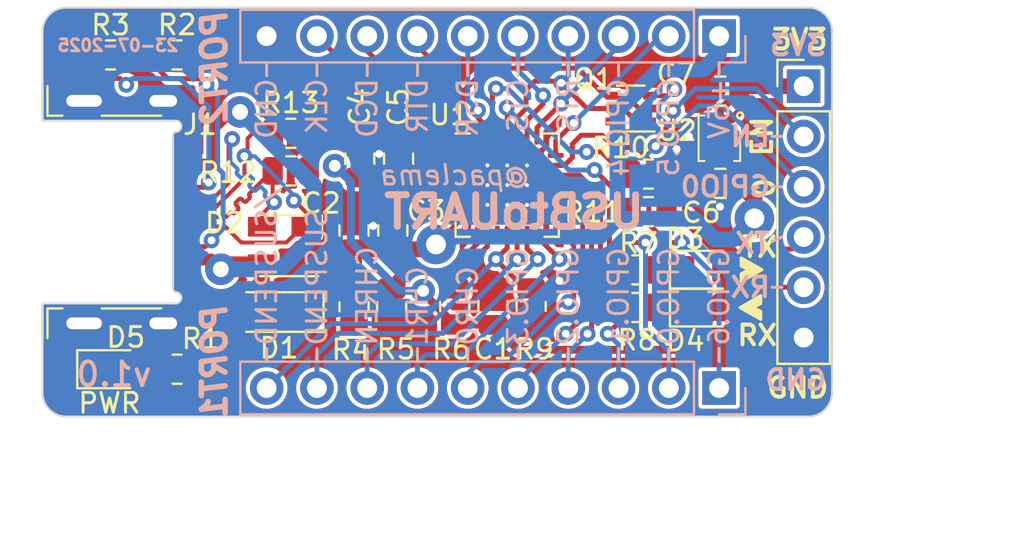
<source format=kicad_pcb>
(kicad_pcb (version 20241229) (generator "pcbnew") (generator_version "9.0")
  (title_block (title "USBtoUART") (date "23-07-2025") (rev "v1.0") (company "@paclema") (comment 1 "Pablo Clemente Maseda") (comment 2 "github.com/paclema/USBtoUART"))
  (layers (0 "F.Cu" signal) (2 "B.Cu" signal) (13 "F.Paste" user) (15 "B.Paste" user) (5 "F.SilkS" user "F.Silkscreen") (7 "B.SilkS" user "B.Silkscreen") (1 "F.Mask" user) (3 "B.Mask" user) (25 "Edge.Cuts" user))
  (net 0 "")
  (net 1 "+3V3")
  (net 2 "GND")
  (net 3 "+5V")
  (net 4 "VBUS")
  (net 5 "/D+")
  (net 6 "/D-")
  (net 7 "/GPIO.0")
  (net 8 "/GPIO.1")
  (net 9 "Net-(D3-K)")
  (net 10 "Net-(D4-K)")
  (net 11 "Net-(D5-A)")
  (net 13 "/GPIO.2")
  (net 14 "/GPIO.3")
  (net 15 "/GPIO.4")
  (net 16 "/GPIO.5")
  (net 17 "/GPIO.6")
  (net 18 "/CHREN")
  (net 19 "/CHR0")
  (net 20 "/CHR1")
  (net 21 "/EN")
  (net 22 "/GPIO0")
  (net 23 "/RXD")
  (net 24 "/TXD")
  (net 25 "/RTS")
  (net 26 "/CTS")
  (net 27 "/DSR")
  (net 28 "/DTR")
  (net 29 "/DCD")
  (net 30 "/CLK")
  (net 31 "/SUSPEND")
  (net 32 "/{slash}SUSPEND")
  (net 33 "Net-(J1-CC1)")
  (net 34 "Net-(J1-CC2)")
  (net 36 "Net-(J3-Pin_4)")
  (net 37 "/D_IN-")
  (net 38 "/3V3_OUT")
  (net 39 "/D_IN+")
  (net 40 "/VBUS_IN")
  (net 41 "Net-(J3-Pin_5)")
  (net 42 "Net-(U1-~{RST})")
  (footprint "Resistor_SMD:R_0805_2012Metric" (layer "F.Cu") (at 137.26 107.3)
    (property "Reference" "R10")
    (property "Value" "470R")
  )
  (footprint "USBtoUART:USP-6C" (layer "F.Cu") (at 140.84 105.49 -90)
    (property "Reference" "U2")
    (property "Value" "XC6220B331ER")
  )
  (footprint "USBtoUART:SOD-123EP" (layer "F.Cu") (at 118.59 114.27 180)
    (property "Reference" "D1")
    (property "Value" "SS14/1N5819/S4/BAT760-7")
  )
  (footprint "Resistor_SMD:R_0805_2012Metric" (layer "F.Cu") (at 119.19 105.24)
    (property "Reference" "R13")
    (property "Value" "22R")
  )
  (footprint "USBtoUART:USB_C_Receptacle_Molex_216990-001" (layer "F.Cu") (at 106.64 109.22 -90)
    (property "Reference" "J1")
    (property "Value" "USB_C_Receptacle_USB2.0")
    (fp_line (start -4.62 0) (end -6.4 0) (stroke (width 0.12)) (layer "Edge.Cuts"))
    (fp_line (start 6.4 0) (end 4.62 0) (stroke (width 0.12)) (layer "Edge.Cuts"))
    (fp_line (start -3.9 -6.6) (end 3.9 -6.6) (stroke (width 0.1)) (layer "Edge.Cuts"))
    (fp_line (start -4.62 -6.7) (end -4.62 0) (stroke (width 0.1)) (layer "Edge.Cuts"))
    (fp_line (start 4.62 -6.7) (end 4.62 0) (stroke (width 0.1)) (layer "Edge.Cuts"))
    (fp_arc (start -3.9 -6.6) (mid -4.006834 -6.660214) (end -4.05 -6.775) (stroke (width 0.1)) (layer "Edge.Cuts"))
    (fp_arc (start -4.62 -6.7) (mid -4.371918 -7.018073) (end -4.05 -6.775) (stroke (width 0.1)) (layer "Edge.Cuts"))
    (fp_arc (start 4.05 -6.775) (mid 4.006834 -6.660213) (end 3.9 -6.6) (stroke (width 0.1)) (layer "Edge.Cuts"))
    (fp_arc (start 4.05 -6.775) (mid 4.371918 -7.018073) (end 4.62 -6.7) (stroke (width 0.1)) (layer "Edge.Cuts"))
  )
  (footprint "Resistor_SMD:R_0805_2012Metric" (layer "F.Cu") (at 127.47 113.99 90)
    (property "Reference" "R6")
    (property "Value" "4.7K")
  )
  (footprint "Capacitor_SMD:C_0805_2012Metric" (layer "F.Cu") (at 140.89 103.11 180)
    (property "Reference" "C7")
    (property "Value" "4.7uF")
  )
  (footprint "Capacitor_SMD:C_0805_2012Metric" (layer "F.Cu") (at 129.4 113.97 90)
    (property "Reference" "C1")
    (property "Value" "0.1uF")
  )
  (footprint "Package_TO_SOT_SMD:SOT-143" (layer "F.Cu") (at 118.82 110.91 180)
    (property "Reference" "D2")
    (property "Value" "SP0503BAHT")
  )
  (footprint "Resistor_SMD:R_0805_2012Metric" (layer "F.Cu") (at 110.08 101.28)
    (property "Reference" "R3")
    (property "Value" "5.1K")
  )
  (footprint "Capacitor_SMD:C_0805_2012Metric" (layer "F.Cu") (at 122.67 106.52 90)
    (property "Reference" "C4")
    (property "Value" "0.1uF")
  )
  (footprint "LED_SMD:LED_0805_2012Metric" (layer "F.Cu") (at 110.08 117.16)
    (property "Reference" "D5")
    (property "Value" "PWR")
  )
  (footprint "Capacitor_SMD:C_0805_2012Metric" (layer "F.Cu") (at 124.34 110.15 90)
    (property "Reference" "C3")
    (property "Value" "0.1uF")
  )
  (footprint "Resistor_SMD:R_0805_2012Metric" (layer "F.Cu") (at 119.18 107.14)
    (property "Reference" "R12")
    (property "Value" "22R")
  )
  (footprint "Resistor_SMD:R_0805_2012Metric" (layer "F.Cu") (at 131.33 113.99 -90)
    (property "Reference" "R9")
    (property "Value" "10K")
  )
  (footprint "Capacitor_SMD:C_0805_2012Metric" (layer "F.Cu") (at 122.38 110.15 90)
    (property "Reference" "C2")
    (property "Value" "4.7uF")
  )
  (footprint "LED_SMD:LED_0805_2012Metric" (layer "F.Cu") (at 140.0275 114.04)
    (property "Reference" "D4")
    (property "Value" "RX")
  )
  (footprint "Resistor_SMD:R_0805_2012Metric" (layer "F.Cu") (at 113.44 117.16 180)
    (property "Reference" "R1")
    (property "Value" "2.2K")
  )
  (footprint "LED_SMD:LED_0805_2012Metric" (layer "F.Cu") (at 140.0275 112.14)
    (property "Reference" "D3")
    (property "Value" "TX")
  )
  (footprint "Resistor_SMD:R_0805_2012Metric" (layer "F.Cu") (at 122.38 114.0025 -90)
    (property "Reference" "R4")
    (property "Value" "22.1K")
  )
  (footprint "Package_DFN_QFN:QFN-28-1EP_5x5mm_P0.5mm_EP3.35x3.35mm_ThermalVias" (layer "F.Cu") (at 130.12 107.86)
    (property "Reference" "U1")
    (property "Value" "CP2102N-Axx-xQFN28")
  )
  (footprint "Connector_PinHeader_2.54mm:PinHeader_1x06_P2.54mm_Vertical" (layer "F.Cu") (at 145.1 102.86)
    (property "Reference" "J3" (hide yes))
    (property "Value" "UART0")
  )
  (footprint "Resistor_SMD:R_0805_2012Metric" (layer "F.Cu") (at 137.26 109.2)
    (property "Reference" "R11")
    (property "Value" "470R")
  )
  (footprint "Resistor_SMD:R_0805_2012Metric" (layer "F.Cu") (at 113.44 101.28)
    (property "Reference" "R2")
    (property "Value" "5.1K")
  )
  (footprint "Resistor_SMD:R_0805_2012Metric" (layer "F.Cu") (at 136.6675 112.14)
    (property "Reference" "R7")
    (property "Value" "1K")
  )
  (footprint "Resistor_SMD:R_0805_2012Metric" (layer "F.Cu") (at 136.6675 114.04 180)
    (property "Reference" "R8")
    (property "Value" "1K")
  )
  (footprint "Package_TO_SOT_SMD:SOT-363_SC-70-6" (layer "F.Cu") (at 136.36 103.99 180)
    (property "Reference" "Q1")
    (property "Value" "MUN5211DW1")
  )
  (footprint "Capacitor_SMD:C_0805_2012Metric" (layer "F.Cu") (at 140.89 107.77 180)
    (property "Reference" "C6")
    (property "Value" "22uF")
  )
  (footprint "Resistor_SMD:R_0805_2012Metric" (layer "F.Cu") (at 124.28 114.0025 -90)
    (property "Reference" "R5")
    (property "Value" "47.5K")
  )
  (footprint "Capacitor_SMD:C_0805_2012Metric" (layer "F.Cu") (at 124.63 106.52 90)
    (property "Reference" "C5")
    (property "Value" "4.7uF")
  )
  (footprint "Connector_PinHeader_2.54mm:PinHeader_1x10_P2.54mm_Vertical" (layer "B.Cu") (at 140.825 100.33 90)
    (property "Reference" "J4" (hide yes))
    (property "Value" "PORT2")
  )
  (footprint "Connector_PinHeader_2.54mm:PinHeader_1x10_P2.54mm_Vertical" (layer "B.Cu") (at 140.825 118.11 90)
    (property "Reference" "J2" (hide yes))
    (property "Value" "PORT1")
  )
  (gr_poly (pts (xy 142.99 112.13) (xy 141.94 112.74) (xy 141.94 112.338488) (xy 142.32 112.131512) (xy 141.94 111.941512) (xy 141.94 111.54)) (stroke (width 0.15)) (fill yes) (layer "F.SilkS"))
  (gr_poly (pts (xy 141.88 114.05) (xy 142.93 113.44) (xy 142.93 113.841512) (xy 142.55 114.048488) (xy 142.93 114.238488) (xy 142.93 114.64)) (stroke (width 0.15)) (fill yes) (layer "F.SilkS"))
  (gr_line (start 117.965 116.765) (end 117.965 116.115) (stroke (width 0.15)) (layer "B.SilkS"))
  (gr_line (start 120.505 116.765) (end 120.505 116.115) (stroke (width 0.15)) (layer "B.SilkS"))
  (gr_line (start 144 105.4) (end 143.5 105.4) (stroke (width 0.15)) (layer "B.SilkS"))
  (gr_line (start 123.045 102.325) (end 123.045 101.675) (stroke (width 0.15)) (layer "B.SilkS"))
  (gr_line (start 140.825 116.765) (end 140.825 116.115) (stroke (width 0.15)) (layer "B.SilkS"))
  (gr_line (start 138.285 102.325) (end 138.285 101.675) (stroke (width 0.15)) (layer "B.SilkS"))
  (gr_line (start 133.205 102.325) (end 133.205 101.675) (stroke (width 0.15)) (layer "B.SilkS"))
  (gr_line (start 135.745 116.765) (end 135.745 116.115) (stroke (width 0.15)) (layer "B.SilkS"))
  (gr_line (start 133.205 116.765) (end 133.205 116.115) (stroke (width 0.15)) (layer "B.SilkS"))
  (gr_line (start 138.285 116.765) (end 138.285 116.115) (stroke (width 0.15)) (layer "B.SilkS"))
  (gr_line (start 135.745 102.325) (end 135.745 101.675) (stroke (width 0.15)) (layer "B.SilkS"))
  (gr_line (start 123.045 116.765) (end 123.045 116.115) (stroke (width 0.15)) (layer "B.SilkS"))
  (gr_line (start 144 110.48) (end 143.5 110.7) (stroke (width 0.15)) (layer "B.SilkS"))
  (gr_line (start 125.585 116.765) (end 125.585 116.115) (stroke (width 0.15)) (layer "B.SilkS"))
  (gr_line (start 130.665 116.765) (end 130.665 116.115) (stroke (width 0.15)) (layer "B.SilkS"))
  (gr_line (start 128.125 102.325) (end 128.125 101.675) (stroke (width 0.15)) (layer "B.SilkS"))
  (gr_line (start 143.5 113.02) (end 144 113.02) (stroke (width 0.15)) (layer "B.SilkS"))
  (gr_line (start 128.125 116.765) (end 128.125 116.115) (stroke (width 0.15)) (layer "B.SilkS"))
  (gr_line (start 144 107.94) (end 143.5 107.94) (stroke (width 0.15)) (layer "B.SilkS"))
  (gr_line (start 120.505 102.325) (end 120.505 101.675) (stroke (width 0.15)) (layer "B.SilkS"))
  (gr_line (start 130.665 102.325) (end 130.665 101.675) (stroke (width 0.15)) (layer "B.SilkS"))
  (gr_line (start 117.965 102.325) (end 117.965 101.675) (stroke (width 0.15)) (layer "B.SilkS"))
  (gr_line (start 140.825 102.325) (end 140.825 101.675) (stroke (width 0.15)) (layer "B.SilkS"))
  (gr_line (start 125.585 102.325) (end 125.585 101.675) (stroke (width 0.15)) (layer "B.SilkS"))
  (gr_arc (start 106.64 100.1) (mid 106.994401 99.244401) (end 107.85 98.89) (stroke (width 0.1)) (layer "Edge.Cuts"))
  (gr_line (start 106.64 100.1) (end 106.64 102.82) (stroke (width 0.1)) (layer "Edge.Cuts"))
  (gr_line (start 145.32 119.55) (end 116.18 119.55) (stroke (width 0.1)) (layer "Edge.Cuts"))
  (gr_line (start 116.18 119.55) (end 107.85 119.55) (stroke (width 0.1)) (layer "Edge.Cuts"))
  (gr_line (start 106.64 115.62) (end 106.64 118.34) (stroke (width 0.1)) (layer "Edge.Cuts"))
  (gr_arc (start 145.32 98.89) (mid 146.175599 99.244401) (end 146.53 100.1) (stroke (width 0.1)) (layer "Edge.Cuts"))
  (gr_arc (start 107.85 119.55) (mid 106.994401 119.195599) (end 106.64 118.34) (stroke (width 0.1)) (layer "Edge.Cuts"))
  (gr_line (start 146.53 118.34) (end 146.53 109.22) (stroke (width 0.1)) (layer "Edge.Cuts"))
  (gr_line (start 146.53 109.22) (end 146.53 100.1) (stroke (width 0.1)) (layer "Edge.Cuts"))
  (gr_line (start 116.18 98.89) (end 145.32 98.89) (stroke (width 0.1)) (layer "Edge.Cuts"))
  (gr_arc (start 146.53 118.34) (mid 146.175599 119.195599) (end 145.32 119.55) (stroke (width 0.1)) (layer "Edge.Cuts"))
  (gr_line (start 107.85 98.89) (end 116.18 98.89) (stroke (width 0.1)) (layer "Edge.Cuts"))
  (gr_text "EN" (at 143 105.4 90) (layer "F.SilkS") (effects (font (size 1 1) (thickness 0.2) (bold yes))))
  (gr_text "RX" (at 142.75 115.45 0) (layer "F.SilkS") (effects (font (size 1 1) (thickness 0.2) (bold yes))))
  (gr_text "GND" (at 144.8 118.1 0) (layer "F.SilkS") (effects (font (size 1 1) (thickness 0.2) (bold yes))))
  (gr_text "TX" (at 142.86 110.99 0) (layer "F.SilkS") (effects (font (size 1 1) (thickness 0.2) (bold yes))))
  (gr_text "0" (at 143.1 108 90) (layer "F.SilkS") (effects (font (size 1 1) (thickness 0.2) (bold yes))))
  (gr_text "3V3" (at 144.9 100.5 0) (layer "F.SilkS") (effects (font (size 1 1) (thickness 0.2) (bold yes))))
  (gr_text "RTS" (at 133.205 102.375 90) (layer "B.SilkS") (effects (font (size 1 1)) (justify left mirror)))
  (gr_text "DSR" (at 128.125 102.375 90) (layer "B.SilkS") (effects (font (size 1 1)) (justify left mirror)))
  (gr_text "TX" (at 142.519048 110.8 0) (layer "B.SilkS") (effects (font (size 1 1) (thickness 0.2) (bold yes)) (justify mirror)))
  (gr_text "3V3" (at 144.8 100.8 0) (layer "B.SilkS") (effects (font (size 1 1) (thickness 0.2) (bold yes)) (justify mirror)))
  (gr_text "CLK" (at 120.505 102.375 90) (layer "B.SilkS") (effects (font (size 1 1)) (justify left mirror)))
  (gr_text "GPIO.3" (at 130.665 116.06 90) (layer "B.SilkS") (effects (font (size 1 1)) (justify right mirror)))
  (gr_text "GND" (at 144.7 117.7 0) (layer "B.SilkS") (effects (font (size 1 1) (thickness 0.2) (bold yes)) (justify mirror)))
  (gr_text "CHREN" (at 123.045 116.06 90) (layer "B.SilkS") (effects (font (size 1 1)) (justify right mirror)))
  (gr_text "GPIO.0" (at 138.285 116.06 90) (layer "B.SilkS") (effects (font (size 1 1)) (justify right mirror)))
  (gr_text "SUSPEND" (at 120.505 116.06 90) (layer "B.SilkS") (effects (font (size 1 1)) (justify right mirror)))
  (gr_text "GND" (at 117.965 102.375 90) (layer "B.SilkS") (effects (font (size 1 1)) (justify left mirror)))
  (gr_text "DCD" (at 123.045 102.375 90) (layer "B.SilkS") (effects (font (size 1 1)) (justify left mirror)))
  (gr_text "GPIO.2" (at 133.205 116.06 90) (layer "B.SilkS") (effects (font (size 1 1)) (justify right mirror)))
  (gr_text "GPIO.1" (at 135.745 116.06 90) (layer "B.SilkS") (effects (font (size 1 1)) (justify right mirror)))
  (gr_text "${ISSUE_DATE}" (at 107.32 100.8 0) (layer "B.SilkS") (effects (font (size 0.6 0.6)) (justify right mirror)))
  (gr_text "+5V" (at 140.825 102.375 90) (layer "B.SilkS") (effects (font (size 1 1)) (justify left mirror)))
  (gr_text "CTS" (at 130.665 102.375 90) (layer "B.SilkS") (effects (font (size 1 1)) (justify left mirror)))
  (gr_text "GPIO.4" (at 135.745 102.375 90) (layer "B.SilkS") (effects (font (size 1 1)) (justify left mirror)))
  (gr_text "@paclema" (at 127.5 107.35 0) (layer "B.SilkS") (effects (font (size 1 1) (thickness 0.15) (italic yes)) (justify mirror)))
  (gr_text "GPIO0" (at 141.138096 107.94 0) (layer "B.SilkS") (effects (font (size 1 1) (thickness 0.2) (bold yes)) (justify mirror)))
  (gr_text "GPIO.6" (at 140.825 116.06 90) (layer "B.SilkS") (effects (font (size 1 1)) (justify right mirror)))
  (gr_text "DTR" (at 125.585 102.375 90) (layer "B.SilkS") (effects (font (size 1 1)) (justify left mirror)))
  (gr_text "RX" (at 142.4 113.02 0) (layer "B.SilkS") (effects (font (size 1 1) (thickness 0.2) (bold yes)) (justify mirror)))
  (gr_text "GPIO.5" (at 138.285 102.375 90) (layer "B.SilkS") (effects (font (size 1 1)) (justify left mirror)))
  (gr_text "CHR0" (at 128.125 116.06 90) (layer "B.SilkS") (effects (font (size 1 1)) (justify right mirror)))
  (gr_text "CHR1" (at 125.585 116.06 90) (layer "B.SilkS") (effects (font (size 1 1)) (justify right mirror)))
  (gr_text "/SUSPEND" (at 117.965 116.06 90) (layer "B.SilkS") (effects (font (size 1 1)) (justify right mirror)))
  (gr_text "EN" (at 142.4 105.4 0) (layer "B.SilkS") (effects (font (size 1 1) (thickness 0.2) (bold yes)) (justify mirror)))
  (gr_text "${REVISION}\n" (at 108.23 117.42 0) (layer "B.SilkS") (effects (font (size 1.2 1.2) (thickness 0.2)) (justify right mirror)))
  (gr_text "USBtoUART" (at 130.47 109.22 0) (layer "B.SilkS") (effects (font (size 1.6 1.6) (thickness 0.35)) (justify mirror)))
  (segment (start 126.17 108.86) (end 124.79 107.48) (width 0.25) (layer "F.Cu") (net 1))
  (segment (start 138.825 116.18) (end 130.66 116.18) (width 0.4) (layer "F.Cu") (net 1))
  (segment (start 122.67 107.47) (end 121.993882 107.47) (width 0.4) (layer "F.Cu") (net 1))
  (segment (start 129.4 114.92) (end 130.66 116.18) (width 0.4) (layer "F.Cu") (net 1))
  (segment (start 125.87 113.3025) (end 127.47 114.9025) (width 0.4) (layer "F.Cu") (net 1))
  (segment (start 127.67 108.86) (end 126.17 108.86) (width 0.25) (layer "F.Cu") (net 1))
  (segment (start 140.965 114.04) (end 138.825 116.18) (width 0.4) (layer "F.Cu") (net 1))
  (segment (start 127.47 114.9025) (end 129.3825 114.9025) (width 0.4) (layer "F.Cu") (net 1))
  (segment (start 129.3825 114.9025) (end 129.4 114.92) (width 0.4) (layer "F.Cu") (net 1))
  (segment (start 140.965 114.04) (end 140.965 112.14) (width 0.4) (layer "F.Cu") (net 1))
  (segment (start 124.63 107.47) (end 122.67 107.47) (width 0.4) (layer "F.Cu") (net 1))
  (segment (start 121.993882 107.47) (end 121.4045 106.880618) (width 0.4) (layer "F.Cu") (net 1))
  (segment (start 125.87 113.2) (end 125.87 113.3025) (width 0.4) (layer "F.Cu") (net 1))
  (via (at 125.87 113.2) (size 1.2) (drill 0.6) (layers "F.Cu" "B.Cu") (net 1))
  (via (at 121.4045 106.880618) (size 1.2) (drill 0.6) (layers "F.Cu" "B.Cu") (net 1))
  (segment (start 124.7 113.2) (end 125.87 113.2) (width 0.4) (layer "B.Cu") (net 1))
  (segment (start 122.22 107.696118) (end 122.22 110.72) (width 0.4) (layer "B.Cu") (net 1))
  (segment (start 122.22 110.72) (end 124.7 113.2) (width 0.4) (layer "B.Cu") (net 1))
  (segment (start 121.4045 106.880618) (end 122.22 107.696118) (width 0.4) (layer "B.Cu") (net 1))
  (via (at 139.311814 105.401814) (size 0.8) (drill 0.4) (layers "F.Cu" "B.Cu") (net 2))
  (via (at 123.65 106.28) (size 0.8) (drill 0.4) (layers "F.Cu" "B.Cu") (net 2))
  (via (at 140.87 108.95) (size 0.8) (drill 0.4) (layers "F.Cu" "B.Cu") (net 2))
  (via (at 132.76 112.69403) (size 0.8) (drill 0.4) (layers "F.Cu" "B.Cu") (net 2))
  (via (at 138.677716 106.035912) (size 0.8) (drill 0.4) (layers "F.Cu" "B.Cu") (net 2))
  (via (at 123.35 109.92) (size 0.8) (drill 0.4) (layers "F.Cu" "B.Cu") (net 2))
  (segment (start 141.84 107.77) (end 141.84 106.965) (width 0.4) (layer "F.Cu") (net 3))
  (segment (start 115.29 117.16) (end 116.49 115.96) (width 0.4) (layer "F.Cu") (net 3))
  (segment (start 141.84 107.77) (end 140.864511 106.794511) (width 0.4) (layer "F.Cu") (net 3))
  (segment (start 126.519757 110.85687) (end 126.276627 111.1) (width 0.8) (layer "F.Cu") (net 3))
  (segment (start 138.135353 105.589031) (end 139.209384 104.515) (width 0.2) (layer "F.Cu") (net 3))
  (segment (start 114.3525 117.16) (end 115.29 117.16) (width 0.4) (layer "F.Cu") (net 3))
  (segment (start 139.209384 104.515) (end 140.34 104.515) (width 0.2) (layer "F.Cu") (net 3))
  (segment (start 119.49 114.27) (end 120.26 114.27) (width 0.8) (layer "F.Cu") (net 3))
  (segment (start 141.34 106.465) (end 140.864511 106.465) (width 0.4) (layer "F.Cu") (net 3))
  (segment (start 122.35 111.1) (end 124.36 111.1) (width 0.8) (layer "F.Cu") (net 3))
  (segment (start 137.920969 105.589031) (end 138.135353 105.589031) (width 0.2) (layer "F.Cu") (net 3))
  (segment (start 126.276627 111.1) (end 124.34 111.1) (width 0.8) (layer "F.Cu") (net 3))
  (segment (start 118.52 115.96) (end 119.49 114.99) (width 0.4) (layer "F.Cu") (net 3))
  (segment (start 120.26 114.27) (end 121.44 113.09) (width 0.8) (layer "F.Cu") (net 3))
  (segment (start 141.84 106.965) (end 141.34 106.465) (width 0.4) (layer "F.Cu") (net 3))
  (segment (start 127.67 109.36) (end 127.67 109.706627) (width 0.25) (layer "F.Cu") (net 3))
  (segment (start 142.61 109.54) (end 142.61 108.54) (width 0.8) (layer "F.Cu") (net 3))
  (segment (start 142.61 108.54) (end 141.84 107.77) (width 0.8) (layer "F.Cu") (net 3))
  (segment (start 127.67 109.706627) (end 126.519757 110.85687) (width 0.25) (layer "F.Cu") (net 3))
  (segment (start 137.619999 105.890001) (end 137.920969 105.589031) (width 0.2) (layer "F.Cu") (net 3))
  (segment (start 122.38 113.09) (end 122.38 111.1) (width 0.8) (layer "F.Cu") (net 3))
  (segment (start 121.44 113.09) (end 122.38 113.09) (width 0.8) (layer "F.Cu") (net 3))
  (segment (start 116.49 115.96) (end 118.52 115.96) (width 0.4) (layer "F.Cu") (net 3))
  (segment (start 140.864511 106.794511) (end 140.864511 106.465) (width 0.4) (layer "F.Cu") (net 3))
  (segment (start 119.49 114.99) (end 119.49 114.27) (width 0.4) (layer "F.Cu") (net 3))
  (via (at 142.61 109.54) (size 2) (drill 1) (layers "F.Cu" "B.Cu") (net 3))
  (via (at 126.519757 110.85687) (size 2) (drill 1) (layers "F.Cu" "B.Cu") (net 3))
  (via (at 137.619999 105.890001) (size 0.8) (drill 0.4) (layers "F.Cu" "B.Cu") (net 3))
  (segment (start 140.825 101.215) (end 140.825 100.33) (width 0.8) (layer "B.Cu") (net 3))
  (segment (start 137.619999 105.890001) (end 137 106.51) (width 0.2) (layer "B.Cu") (net 3))
  (segment (start 137.8 102.01) (end 140.03 102.01) (width 0.8) (layer "B.Cu") (net 3))
  (segment (start 140.61 110.6) (end 139.57 109.56) (width 0.8) (layer "B.Cu") (net 3))
  (segment (start 137 106.51) (end 135.69 106.51) (width 0.2) (layer "B.Cu") (net 3))
  (segment (start 139.57 109.56) (end 135.69 109.56) (width 0.8) (layer "B.Cu") (net 3))
  (segment (start 135.69 104.12) (end 137.8 102.01) (width 0.8) (layer "B.Cu") (net 3))
  (segment (start 126.916627 110.46) (end 134.79 110.46) (width 0.8) (layer "B.Cu") (net 3))
  (segment (start 134.79 110.46) (end 135.69 109.56) (width 0.8) (layer "B.Cu") (net 3))
  (segment (start 126.519757 110.85687) (end 126.916627 110.46) (width 0.8) (layer "B.Cu") (net 3))
  (segment (start 141.55 110.6) (end 140.61 110.6) (width 0.8) (layer "B.Cu") (net 3))
  (segment (start 140.03 102.01) (end 140.825 101.215) (width 0.8) (layer "B.Cu") (net 3))
  (segment (start 142.61 109.54) (end 141.55 110.6) (width 0.8) (layer "B.Cu") (net 3))
  (segment (start 135.69 109.56) (end 135.69 106.51) (width 0.8) (layer "B.Cu") (net 3))
  (segment (start 135.69 106.51) (end 135.69 104.12) (width 0.8) (layer "B.Cu") (net 3))
  (segment (start 116.088226 104.161774) (end 116.61976 104.161774) (width 0.6) (layer "F.Cu") (net 4))
  (segment (start 117.165 113.345) (end 117.72 112.79) (width 0.8) (layer "F.Cu") (net 4))
  (segment (start 115.9 111.86) (end 115.65 112.11) (width 0.8) (layer "F.Cu") (net 4))
  (segment (start 117.165 114.27) (end 117.165 113.345) (width 0.8) (layer "F.Cu") (net 4))
  (segment (start 117.72 112.79) (end 117.72 111.86) (width 0.8) (layer "F.Cu") (net 4))
  (segment (start 115.16 111.62) (end 115.65 112.11) (width 0.6) (layer "F.Cu") (net 4))
  (segment (start 113.89 111.62) (end 115.16 111.62) (width 0.6) (layer "F.Cu") (net 4))
  (segment (start 113.89 106.82) (end 115.04 106.82) (width 0.6) (layer "F.Cu") (net 4))
  (segment (start 115.27 104.98) (end 116.088226 104.161774) (width 0.6) (layer "F.Cu") (net 4))
  (segment (start 117.72 111.86) (end 115.9 111.86) (width 0.8) (layer "F.Cu") (net 4))
  (segment (start 115.04 106.82) (end 115.27 106.59) (width 0.6) (layer "F.Cu") (net 4))
  (segment (start 115.27 106.59) (end 115.27 104.98) (width 0.6) (layer "F.Cu") (net 4))
  (via (at 115.65 112.11) (size 1.6) (drill 0.8) (layers "F.Cu" "B.Cu") (net 4))
  (via (at 116.61976 104.161774) (size 1.6) (drill 0.8) (layers "F.Cu" "B.Cu") (net 4))
  (segment (start 115.65 112.11) (end 118.66 112.11) (width 0.8) (layer "B.Cu") (net 4))
  (segment (start 118.66 112.11) (end 120.35 110.42) (width 0.8) (layer "B.Cu") (net 4))
  (segment (start 116.655283 104.161774) (end 116.61976 104.161774) (width 0.8) (layer "B.Cu") (net 4))
  (segment (start 120.35 110.42) (end 120.35 107.856491) (width 0.8) (layer "B.Cu") (net 4))
  (segment (start 120.35 107.856491) (end 116.655283 104.161774) (width 0.8) (layer "B.Cu") (net 4))
  (segment (start 119.92 109.96) (end 119.76 109.96) (width 0.2) (layer "F.Cu") (net 5))
  (segment (start 119.96 109.92) (end 119.96 109.24) (width 0.2) (layer "F.Cu") (net 5))
  (segment (start 114.659511 109.950489) (end 114.64 109.97) (width 0.2) (layer "F.Cu") (net 5))
  (segment (start 119.92 109.96) (end 119.96 109.92) (width 0.2) (layer "F.Cu") (net 5))
  (segment (start 117 106.24) (end 116.84 106.4) (width 0.2) (layer "F.Cu") (net 5))
  (segment (start 117.26 105.24) (end 118.2775 105.24) (width 0.2) (layer "F.Cu") (net 5))
  (segment (start 119.76 109.96) (end 118.960489 110.759511) (width 0.2) (layer "F.Cu") (net 5))
  (segment (start 115.394993 108.97) (end 113.89 108.97) (width 0.2) (layer "F.Cu") (net 5))
  (segment (start 115.870489 109.950489) (end 114.659511 109.950489) (width 0.2) (layer "F.Cu") (net 5))
  (segment (start 116.73 110.759511) (end 116.720489 110.75) (width 0.2) (layer "F.Cu") (net 5))
  (segment (start 116.84 106.4) (end 116.84 107.524993) (width 0.2) (layer "F.Cu") (net 5))
  (segment (start 119.96 109.24) (end 119.36 108.64) (width 0.2) (layer "F.Cu") (net 5))
  (segment (start 116.84 107.524993) (end 115.394993 108.97) (width 0.2) (layer "F.Cu") (net 5))
  (segment (start 116.67 110.75) (end 115.870489 109.950489) (width 0.2) (layer "F.Cu") (net 5))
  (segment (start 117.26 105.24) (end 117 105.5) (width 0.2) (layer "F.Cu") (net 5))
  (segment (start 119.36 108.64) (end 119.338003 108.64) (width 0.2) (layer "F.Cu") (net 5))
  (segment (start 114.64 109.97) (end 113.89 109.97) (width 0.2) (layer "F.Cu") (net 5))
  (segment (start 116.720489 110.75) (end 116.67 110.75) (width 0.2) (layer "F.Cu") (net 5))
  (segment (start 118.960489 110.759511) (end 116.73 110.759511) (width 0.2) (layer "F.Cu") (net 5))
  (segment (start 117 105.5) (end 117 106.24) (width 0.2) (layer "F.Cu") (net 5))
  (via (at 116.84 106.4) (size 0.8) (drill 0.4) (layers "F.Cu" "B.Cu") (net 5))
  (via (at 119.338003 108.64) (size 0.8) (drill 0.4) (layers "F.Cu" "B.Cu") (net 5))
  (segment (start 116.84 106.4) (end 117.37 106.4) (width 0.2) (layer "B.Cu") (net 5))
  (segment (start 119.338003 108.368003) (end 119.338003 108.64) (width 0.2) (layer "B.Cu") (net 5))
  (segment (start 117.37 106.4) (end 119.338003 108.368003) (width 0.2) (layer "B.Cu") (net 5))
  (segment (start 117.509829 107.870171) (end 118.24 107.14) (width 0.2) (layer "F.Cu") (net 6))
  (segment (start 118.2675 108.64611) (end 118.2675 107.14) (width 0.2) (layer "F.Cu") (net 6))
  (segment (start 116.521698 108.977157) (end 116.521697 108.977156) (width 0.2) (layer "F.Cu") (net 6))
  (segment (start 116.473553 108.906447) (end 116.414125 108.847019) (width 0.2) (layer "F.Cu") (net 6))
  (segment (start 116.696969 108.564176) (end 116.697547 108.564754) (width 0.2) (layer "F.Cu") (net 6))
  (segment (start 116.357712 109.26) (end 116.521698 109.096013) (width 0.2) (layer "F.Cu") (net 6))
  (segment (start 116.414125 108.728163) (end 116.578113 108.564176) (width 0.2) (layer "F.Cu") (net 6))
  (segment (start 116.521697 108.977156) (end 116.462269 108.917728) (width 0.2) (layer "F.Cu") (net 6))
  (segment (start 115.33 108.47) (end 116.04 107.76) (width 0.2) (layer "F.Cu") (net 6))
  (segment (start 116.04 107.76) (end 116.04 105.71) (width 0.2) (layer "F.Cu") (net 6))
  (segment (start 117.098665 108.281332) (end 117.509829 107.870171) (width 0.2) (layer "F.Cu") (net 6))
  (segment (start 117.72 109.342078) (end 117.72 109.96) (width 0.2) (layer "F.Cu") (net 6))
  (segment (start 113.89 109.47) (end 115.91 109.47) (width 0.2) (layer "F.Cu") (net 6))
  (segment (start 116.93468 108.683032) (end 117.098666 108.519045) (width 0.2) (layer "F.Cu") (net 6))
  (segment (start 118.341734 108.720344) (end 118.2675 108.64611) (width 0.2) (layer "F.Cu") (net 6))
  (segment (start 116.697547 108.564754) (end 116.815824 108.683032) (width 0.2) (layer "F.Cu") (net 6))
  (segment (start 116.462269 108.917728) (end 116.473553 108.906447) (width 0.2) (layer "F.Cu") (net 6))
  (segment (start 115.91 109.47) (end 116.12 109.26) (width 0.2) (layer "F.Cu") (net 6))
  (segment (start 117.098666 108.400189) (end 117.098665 108.400188) (width 0.2) (layer "F.Cu") (net 6))
  (segment (start 116.04 105.71) (end 116.22 105.53) (width 0.2) (layer "F.Cu") (net 6))
  (segment (start 118.341734 108.720344) (end 117.72 109.342078) (width 0.2) (layer "F.Cu") (net 6))
  (segment (start 113.89 108.47) (end 115.33 108.47) (width 0.2) (layer "F.Cu") (net 6))
  (via (at 118.341734 108.720344) (size 0.8) (drill 0.4) (layers "F.Cu" "B.Cu") (net 6))
  (via (at 116.22 105.53) (size 0.8) (drill 0.4) (layers "F.Cu" "B.Cu") (net 6))
  (arc (start 116.238856 109.26) (mid 116.298284 109.284616) (end 116.357712 109.26) (width 0.2) (layer "F.Cu") (net 6))
  (arc (start 116.521698 109.096013) (mid 116.546314 109.036585) (end 116.521698 108.977157) (width 0.2) (layer "F.Cu") (net 6))
  (arc (start 117.098665 108.400188) (mid 117.074049 108.34076) (end 117.098665 108.281332) (width 0.2) (layer "F.Cu") (net 6))
  (arc (start 116.578113 108.564176) (mid 116.637541 108.53956) (end 116.696969 108.564176) (width 0.2) (layer "F.Cu") (net 6))
  (arc (start 116.815824 108.683032) (mid 116.875252 108.707648) (end 116.93468 108.683032) (width 0.2) (layer "F.Cu") (net 6))
  (arc (start 117.098666 108.519045) (mid 117.123282 108.459617) (end 117.098666 108.400189) (width 0.2) (layer "F.Cu") (net 6))
  (arc (start 116.12 109.26) (mid 116.179428 109.235384) (end 116.238856 109.26) (width 0.2) (layer "F.Cu") (net 6))
  (arc (start 116.414125 108.847019) (mid 116.389509 108.787591) (end 116.414125 108.728163) (width 0.2) (layer "F.Cu") (net 6))
  (segment (start 116.22 105.53) (end 116.130499 105.619501) (width 0.2) (layer "B.Cu") (net 6))
  (segment (start 117.88959 108.297412) (end 117.889589 108.297413) (width 0.2) (layer "B.Cu") (net 6))
  (segment (start 117.076419 107.342821) (end 117.253195 107.519597) (width 0.2) (layer "B.Cu") (net 6))
  (segment (start 117.889589 108.438833) (end 117.889588 108.438833) (width 0.2) (layer "B.Cu") (net 6))
  (segment (start 118.171099 108.720344) (end 118.341734 108.720344) (width 0.2) (layer "B.Cu") (net 6))
  (segment (start 116.130499 106.679744) (end 116.475378 107.024623) (width 0.2) (layer "B.Cu") (net 6))
  (segment (start 117.111772 107.94386) (end 117.288548 108.120636) (width 0.2) (layer "B.Cu") (net 6))
  (segment (start 117.712813 107.979215) (end 117.889589 108.155991) (width 0.2) (layer "B.Cu") (net 6))
  (segment (start 117.253196 107.661018) (end 117.253195 107.661019) (width 0.2) (layer "B.Cu") (net 6))
  (segment (start 116.793575 107.484242) (end 116.793576 107.484241) (width 0.2) (layer "B.Cu") (net 6))
  (segment (start 117.253195 107.661019) (end 117.111772 107.802438) (width 0.2) (layer "B.Cu") (net 6))
  (segment (start 117.42997 108.120636) (end 117.571389 107.979213) (width 0.2) (layer "B.Cu") (net 6))
  (segment (start 116.475377 107.166044) (end 116.475378 107.166044) (width 0.2) (layer "B.Cu") (net 6))
  (segment (start 117.889588 108.438833) (end 118.171099 108.720344) (width 0.2) (layer "B.Cu") (net 6))
  (segment (start 117.429969 108.120637) (end 117.42997 108.120636) (width 0.2) (layer "B.Cu") (net 6))
  (segment (start 116.130499 105.619501) (end 116.130499 106.679744) (width 0.2) (layer "B.Cu") (net 6))
  (segment (start 116.475378 107.307465) (end 116.652154 107.484241) (width 0.2) (layer "B.Cu") (net 6))
  (segment (start 116.475378 107.307464) (end 116.475378 107.307465) (width 0.2) (layer "B.Cu") (net 6))
  (segment (start 116.793576 107.484241) (end 116.934995 107.342819) (width 0.2) (layer "B.Cu") (net 6))
  (arc (start 117.288548 108.120636) (mid 117.359258 108.149926) (end 117.429969 108.120637) (width 0.2) (layer "B.Cu") (net 6))
  (arc (start 117.889589 108.155991) (mid 117.918879 108.226701) (end 117.88959 108.297412) (width 0.2) (layer "B.Cu") (net 6))
  (arc (start 116.475378 107.024623) (mid 116.504667 107.095334) (end 116.475377 107.166044) (width 0.2) (layer "B.Cu") (net 6))
  (arc (start 116.475378 107.166044) (mid 116.446089 107.236754) (end 116.475378 107.307464) (width 0.2) (layer "B.Cu") (net 6))
  (arc (start 117.111772 107.802438) (mid 117.082483 107.873149) (end 117.111772 107.94386) (width 0.2) (layer "B.Cu") (net 6))
  (arc (start 116.652154 107.484241) (mid 116.722864 107.513531) (end 116.793575 107.484242) (width 0.2) (layer "B.Cu") (net 6))
  (arc (start 117.253195 107.519597) (mid 117.282485 107.590307) (end 117.253196 107.661018) (width 0.2) (layer "B.Cu") (net 6))
  (arc (start 117.889589 108.297413) (mid 117.860299 108.368122) (end 117.889589 108.438833) (width 0.2) (layer "B.Cu") (net 6))
  (arc (start 116.934995 107.342819) (mid 117.005708 107.313532) (end 117.076419 107.342821) (width 0.2) (layer "B.Cu") (net 6))
  (arc (start 117.571389 107.979213) (mid 117.642102 107.949926) (end 117.712813 107.979215) (width 0.2) (layer "B.Cu") (net 6))
  (segment (start 137.106454 110.76) (end 136.36 110.76) (width 0.25) (layer "F.Cu") (net 7))
  (segment (start 135.282591 108.870808) (end 135.282591 110.892591) (width 0.25) (layer "F.Cu") (net 7))
  (segment (start 136.36 110.76) (end 135.755 111.365) (width 0.25) (layer "F.Cu") (net 7))
  (segment (start 135.282591 110.892591) (end 135.755 111.365) (width 0.25) (layer "F.Cu") (net 7))
  (segment (start 132.57 107.36) (end 133.771785 107.36) (width 0.25) (layer "F.Cu") (net 7))
  (segment (start 133.771785 107.36) (end 135.282591 108.870808) (width 0.25) (layer "F.Cu") (net 7))
  (segment (start 135.755 111.365) (end 135.755 112.14) (width 0.25) (layer "F.Cu") (net 7))
  (via (at 137.106454 110.76) (size 0.8) (drill 0.4) (layers "F.Cu" "B.Cu") (net 7))
  (segment (start 137.106454 110.76) (end 137.106454 115.076454) (width 0.25) (layer "B.Cu") (net 7))
  (segment (start 138.285 116.255) (end 138.285 118.11) (width 0.25) (layer "B.Cu") (net 7))
  (segment (start 137.106454 115.076454) (end 138.285 116.255) (width 0.25) (layer "B.Cu") (net 7))
  (segment (start 134.833071 113.118071) (end 135.755 114.04) (width 0.25) (layer "F.Cu") (net 8))
  (segment (start 135.755 114.815) (end 135.2 115.37) (width 0.25) (layer "F.Cu") (net 8))
  (segment (start 132.57 107.86) (end 133.636067 107.86) (width 0.25) (layer "F.Cu") (net 8))
  (segment (start 133.636067 107.86) (end 134.833071 109.057005) (width 0.25) (layer "F.Cu") (net 8))
  (segment (start 135.755 114.04) (end 135.755 114.815) (width 0.25) (layer "F.Cu") (net 8))
  (segment (start 134.833071 109.057005) (end 134.833071 113.118071) (width 0.25) (layer "F.Cu") (net 8))
  (via (at 135.2 115.37) (size 0.8) (drill 0.4) (layers "F.Cu" "B.Cu") (net 8))
  (segment (start 135.745 115.915) (end 135.745 118.11) (width 0.25) (layer "B.Cu") (net 8))
  (segment (start 135.2 115.37) (end 135.745 115.915) (width 0.25) (layer "B.Cu") (net 8))
  (segment (start 137.58 112.14) (end 139.09 112.14) (width 0.25) (layer "F.Cu") (net 9))
  (segment (start 137.58 114.04) (end 139.09 114.04) (width 0.25) (layer "F.Cu") (net 10))
  (segment (start 111.0175 117.16) (end 112.5275 117.16) (width 0.4) (layer "F.Cu") (net 11))
  (segment (start 133.500349 108.36) (end 134.383551 109.243202) (width 0.25) (layer "F.Cu") (net 13))
  (segment (start 132.57 108.36) (end 133.500349 108.36) (width 0.25) (layer "F.Cu") (net 13))
  (segment (start 134.383551 109.243202) (end 134.383551 115.166449) (width 0.25) (layer "F.Cu") (net 13))
  (segment (start 134.383551 115.166449) (end 134.18 115.37) (width 0.25) (layer "F.Cu") (net 13))
  (via (at 134.18 115.37) (size 0.8) (drill 0.4) (layers "F.Cu" "B.Cu") (net 13))
  (segment (start 133.205 116.345) (end 133.205 118.11) (width 0.25) (layer "B.Cu") (net 13))
  (segment (start 134.18 115.37) (end 133.205 116.345) (width 0.25) (layer "B.Cu") (net 13))
  (segment (start 133.934031 109.4294) (end 133.364631 108.86) (width 0.25) (layer "F.Cu") (net 14))
  (segment (start 133.364631 108.86) (end 132.57 108.86) (width 0.25) (layer "F.Cu") (net 14))
  (segment (start 133.934031 114.515969) (end 133.934031 109.4294) (width 0.25) (layer "F.Cu") (net 14))
  (segment (start 133.08 115.37) (end 133.934031 114.515969) (width 0.25) (layer "F.Cu") (net 14))
  (via (at 133.08 115.37) (size 0.8) (drill 0.4) (layers "F.Cu" "B.Cu") (net 14))
  (segment (start 130.66 117.79) (end 130.66 118.11) (width 0.25) (layer "B.Cu") (net 14))
  (segment (start 130.665 117.795) (end 130.66 117.79) (width 0.25) (layer "B.Cu") (net 14))
  (segment (start 133.08 115.37) (end 130.66 117.79) (width 0.25) (layer "B.Cu") (net 14))
  (segment (start 131.62 105.41) (end 131.62 104.959294) (width 0.25) (layer "F.Cu") (net 15))
  (segment (start 131.62 104.959294) (end 132.843357 103.735937) (width 0.25) (layer "F.Cu") (net 15))
  (via (at 132.843357 103.735937) (size 0.8) (drill 0.4) (layers "F.Cu" "B.Cu") (net 15))
  (segment (start 132.843357 103.735937) (end 132.844063 103.735937) (width 0.25) (layer "B.Cu") (net 15))
  (segment (start 132.844063 103.735937) (end 135.745 100.835) (width 0.25) (layer "B.Cu") (net 15))
  (segment (start 135.745 100.835) (end 135.745 100.33) (width 0.25) (layer "B.Cu") (net 15))
  (segment (start 133.474265 104.720545) (end 132.57 105.62481) (width 0.25) (layer "F.Cu") (net 16))
  (segment (start 132.57 105.62481) (end 132.57 106.36) (width 0.25) (layer "F.Cu") (net 16))
  (via (at 133.474265 104.720545) (size 0.8) (drill 0.4) (layers "F.Cu" "B.Cu") (net 16))
  (segment (start 133.474265 104.715735) (end 137.86 100.33) (width 0.25) (layer "B.Cu") (net 16))
  (segment (start 133.474265 104.720545) (end 133.474265 104.715735) (width 0.25) (layer "B.Cu") (net 16))
  (segment (start 137.86 100.33) (end 138.285 100.33) (width 0.25) (layer "B.Cu") (net 16))
  (segment (start 134.92 105.34) (end 133.85 105.34) (width 0.25) (layer "F.Cu") (net 17))
  (segment (start 138.95 110.76) (end 138.207507 110.76) (width 0.25) (layer "F.Cu") (net 17))
  (segment (start 138.207507 110.76) (end 137.27 109.822493) (width 0.25) (layer "F.Cu") (net 17))
  (segment (start 133.017328 106.86) (end 132.57 106.86) (width 0.25) (layer "F.Cu") (net 17))
  (segment (start 133.41 105.78) (end 133.41 106.467328) (width 0.25) (layer "F.Cu") (net 17))
  (segment (start 135.54 105.96) (end 134.92 105.34) (width 0.25) (layer "F.Cu") (net 17))
  (segment (start 133.41 106.467328) (end 133.017328 106.86) (width 0.25) (layer "F.Cu") (net 17))
  (segment (start 136.6654 105.96) (end 135.54 105.96) (width 0.25) (layer "F.Cu") (net 17))
  (segment (start 137.27 109.822493) (end 137.27 106.5646) (width 0.25) (layer "F.Cu") (net 17))
  (segment (start 133.85 105.34) (end 133.41 105.78) (width 0.25) (layer "F.Cu") (net 17))
  (segment (start 137.27 106.5646) (end 136.6654 105.96) (width 0.25) (layer "F.Cu") (net 17))
  (via (at 138.95 110.76) (size 0.8) (drill 0.4) (layers "F.Cu" "B.Cu") (net 17))
  (segment (start 138.95 110.76) (end 138.95 110.79) (width 0.25) (layer "B.Cu") (net 17))
  (segment (start 138.95 110.79) (end 140.825 112.665) (width 0.25) (layer "B.Cu") (net 17))
  (segment (start 140.825 112.665) (end 140.825 118.11) (width 0.25) (layer "B.Cu") (net 17))
  (segment (start 131.12 110.31) (end 131.12 111.06) (width 0.25) (layer "F.Cu") (net 18))
  (segment (start 131.12 111.06) (end 131.66 111.6) (width 0.25) (layer "F.Cu") (net 18))
  (via (at 131.66 111.6) (size 0.8) (drill 0.4) (layers "F.Cu" "B.Cu") (net 18))
  (segment (start 131.66 111.6) (end 127.38 115.88) (width 0.25) (layer "B.Cu") (net 18))
  (segment (start 127.38 115.88) (end 123.63 115.88) (width 0.25) (layer "B.Cu") (net 18))
  (segment (start 123.63 115.88) (end 123.045 116.465) (width 0.25) (layer "B.Cu") (net 18))
  (segment (start 123.045 116.465) (end 123.045 118.11) (width 0.25) (layer "B.Cu") (net 18))
  (segment (start 132.57 109.99) (end 132.57 109.36) (width 0.25) (layer "F.Cu") (net 19))
  (segment (start 133.484511 113.48502) (end 133.484511 110.904511) (width 0.25) (layer "F.Cu") (net 19))
  (segment (start 133.209531 113.76) (end 133.484511 113.48502) (width 0.25) (layer "F.Cu") (net 19))
  (segment (start 133.484511 110.904511) (end 132.57 109.99) (width 0.25) (layer "F.Cu") (net 19))
  (via (at 133.209531 113.76) (size 0.8) (drill 0.4) (layers "F.Cu" "B.Cu") (net 19))
  (segment (start 128.75 116.77) (end 128.125 117.395) (width 0.25) (layer "B.Cu") (net 19))
  (segment (start 132.95 113.76) (end 129.94 116.77) (width 0.25) (layer "B.Cu") (net 19))
  (segment (start 128.125 117.395) (end 128.125 118.11) (width 0.25) (layer "B.Cu") (net 19))
  (segment (start 133.209531 113.76) (end 132.95 113.76) (width 0.25) (layer "B.Cu") (net 19))
  (segment (start 129.94 116.77) (end 128.75 116.77) (width 0.25) (layer "B.Cu") (net 19))
  (segment (start 131.62 110.46) (end 132.76 111.6) (width 0.25) (layer "F.Cu") (net 20))
  (segment (start 131.62 110.31) (end 131.62 110.46) (width 0.25) (layer "F.Cu") (net 20))
  (via (at 132.76 111.6) (size 0.8) (drill 0.4) (layers "F.Cu" "B.Cu") (net 20))
  (segment (start 125.585 116.845) (end 125.585 118.11) (width 0.25) (layer "B.Cu") (net 20))
  (segment (start 126 116.43) (end 125.585 116.845) (width 0.25) (layer "B.Cu") (net 20))
  (segment (start 127.93 116.43) (end 126 116.43) (width 0.25) (layer "B.Cu") (net 20))
  (segment (start 132.76 111.6) (end 127.93 116.43) (width 0.25) (layer "B.Cu") (net 20))
  (segment (start 138.50148 104.622542) (end 137.959511 105.164511) (width 0.25) (layer "F.Cu") (net 21))
  (segment (start 138.50148 104.102619) (end 138.50148 104.622542) (width 0.25) (layer "F.Cu") (net 21))
  (segment (start 135.934511 105.164511) (end 135.41 104.64) (width 0.25) (layer "F.Cu") (net 21))
  (segment (start 137.959511 105.164511) (end 135.934511 105.164511) (width 0.25) (layer "F.Cu") (net 21))
  (via (at 138.50148 104.102619) (size 0.8) (drill 0.4) (layers "F.Cu" "B.Cu") (net 21))
  (segment (start 138.50148 104.102619) (end 139.614099 102.99) (width 0.25) (layer "B.Cu") (net 21))
  (segment (start 139.614099 102.99) (end 142.69 102.99) (width 0.25) (layer "B.Cu") (net 21))
  (segment (start 142.69 102.99) (end 145.1 105.4) (width 0.25) (layer "B.Cu") (net 21))
  (segment (start 138.2395 103.34) (end 137.31 103.34) (width 0.25) (layer "F.Cu") (net 22))
  (segment (start 138.57 103.0095) (end 138.2395 103.34) (width 0.25) (layer "F.Cu") (net 22))
  (via (at 138.57 103.0095) (size 0.8) (drill 0.4) (layers "F.Cu" "B.Cu") (net 22))
  (segment (start 138.57 103.0095) (end 137.776969 103.802531) (width 0.25) (layer "B.Cu") (net 22))
  (segment (start 138.201377 104.82713) (end 138.801583 104.82713) (width 0.25) (layer "B.Cu") (net 22))
  (segment (start 137.776969 103.802531) (end 137.776969 104.402722) (width 0.25) (layer "B.Cu") (net 22))
  (segment (start 137.776969 104.402722) (end 138.201377 104.82713) (width 0.25) (layer "B.Cu") (net 22))
  (segment (start 138.801583 104.82713) (end 139.768713 103.86) (width 0.25) (layer "B.Cu") (net 22))
  (segment (start 141.02 103.86) (end 145.1 107.94) (width 0.25) (layer "B.Cu") (net 22))
  (segment (start 139.768713 103.86) (end 141.02 103.86) (width 0.25) (layer "B.Cu") (net 22))
  (segment (start 130.12 103.97651) (end 130.09349 103.95) (width 0.25) (layer "F.Cu") (net 23))
  (segment (start 136.3475 108.911117) (end 134.533192 107.096809) (width 0.25) (layer "F.Cu") (net 23))
  (segment (start 136.3475 109.2) (end 136.3475 108.911117) (width 0.25) (layer "F.Cu") (net 23))
  (segment (start 130.12 105.41) (end 130.12 103.97651) (width 0.25) (layer "F.Cu") (net 23))
  (via (at 130.09349 103.95) (size 0.8) (drill 0.4) (layers "F.Cu" "B.Cu") (net 23))
  (via (at 134.533192 107.096809) (size 0.8) (drill 0.4) (layers "F.Cu" "B.Cu") (net 23))
  (segment (start 133.233273 107.096809) (end 134.533192 107.096809) (width 0.25) (layer "B.Cu") (net 23))
  (segment (start 130.09349 103.95) (end 133.233273 107.089783) (width 0.25) (layer "B.Cu") (net 23))
  (segment (start 133.233273 107.089783) (end 133.233273 107.096809) (width 0.25) (layer "B.Cu") (net 23))
  (segment (start 134.880268 106.180268) (end 134.1345 106.180268) (width 0.25) (layer "F.Cu") (net 24))
  (segment (start 129.36899 103.16101) (end 129.36899 104.44899) (width 0.25) (layer "F.Cu") (net 24))
  (segment (start 136.3475 107.3) (end 136 107.3) (width 0.25) (layer "F.Cu") (net 24))
  (segment (start 129.55 102.98) (end 129.36899 103.16101) (width 0.25) (layer "F.Cu") (net 24))
  (segment (start 129.62 104.7) (end 129.36899 104.44899) (width 0.25) (layer "F.Cu") (net 24))
  (segment (start 129.62 105.41) (end 129.62 104.7) (width 0.25) (layer "F.Cu") (net 24))
  (segment (start 136 107.3) (end 134.880268 106.180268) (width 0.25) (layer "F.Cu") (net 24))
  (via (at 129.55 102.98) (size 0.8) (drill 0.4) (layers "F.Cu" "B.Cu") (net 24))
  (via (at 134.1345 106.180268) (size 0.8) (drill 0.4) (layers "F.Cu" "B.Cu") (net 24))
  (segment (start 130.15 102.98) (end 129.55 102.98) (width 0.25) (layer "B.Cu") (net 24))
  (segment (start 133.350268 106.180268) (end 130.15 102.98) (width 0.25) (layer "B.Cu") (net 24))
  (segment (start 134.1345 106.180268) (end 133.350268 106.180268) (width 0.25) (layer "B.Cu") (net 24))
  (segment (start 132.765489 102.605489) (end 131.514511 102.605489) (width 0.25) (layer "F.Cu") (net 25))
  (segment (start 135.985 103.99) (end 136.635 104.64) (width 0.25) (layer "F.Cu") (net 25))
  (segment (start 130.817993 104.243085) (end 130.817993 104.250108) (width 0.25) (layer "F.Cu") (net 25))
  (segment (start 132.85 102.69) (end 134.15 103.99) (width 0.25) (layer "F.Cu") (net 25))
  (segment (start 131.514511 102.605489) (end 131.07 103.05) (width 0.25) (layer "F.Cu") (net 25))
  (segment (start 131.07 103.05) (end 131.07 103.991078) (width 0.25) (layer "F.Cu") (net 25))
  (segment (start 135.41 103.99) (end 135.985 103.99) (width 0.25) (layer "F.Cu") (net 25))
  (segment (start 130.817993 104.250108) (end 130.62 104.448101) (width 0.25) (layer "F.Cu") (net 25))
  (segment (start 134.15 103.99) (end 135.41 103.99) (width 0.25) (layer "F.Cu") (net 25))
  (segment (start 132.85 102.69) (end 132.765489 102.605489) (width 0.25) (layer "F.Cu") (net 25))
  (segment (start 136.635 104.64) (end 137.31 104.64) (width 0.25) (layer "F.Cu") (net 25))
  (segment (start 131.07 103.991078) (end 130.817993 104.243085) (width 0.25) (layer "F.Cu") (net 25))
  (segment (start 130.62 104.448101) (end 130.62 105.41) (width 0.25) (layer "F.Cu") (net 25))
  (via (at 132.85 102.69) (size 0.8) (drill 0.4) (layers "F.Cu" "B.Cu") (net 25))
  (segment (start 133.205 102.335) (end 133.205 100.33) (width 0.25) (layer "B.Cu") (net 25))
  (segment (start 132.85 102.69) (end 133.205 102.335) (width 0.25) (layer "B.Cu") (net 25))
  (segment (start 131.93 103.33) (end 131.93 103.766796) (width 0.25) (layer "F.Cu") (net 26))
  (segment (start 131.267513 104.436292) (end 131.12 104.583805) (width 0.25) (layer "F.Cu") (net 26))
  (segment (start 131.267513 104.429283) (end 131.267513 104.436292) (width 0.25) (layer "F.Cu") (net 26))
  (segment (start 131.93 103.766796) (end 131.267513 104.429283) (width 0.25) (layer "F.Cu") (net 26))
  (segment (start 131.12 104.583805) (end 131.12 105.41) (width 0.25) (layer "F.Cu") (net 26))
  (via (at 131.93 103.33) (size 0.8) (drill 0.4) (layers "F.Cu" "B.Cu") (net 26))
  (segment (start 131.93 103.33) (end 130.665 102.065) (width 0.25) (layer "B.Cu") (net 26))
  (segment (start 130.665 102.065) (end 130.665 100.33) (width 0.25) (layer "B.Cu") (net 26))
  (segment (start 129.12 104.94) (end 129.12 105.41) (width 0.25) (layer "F.Cu") (net 27))
  (segment (start 128.644489 104.464489) (end 129.12 104.94) (width 0.25) (layer "F.Cu") (net 27))
  (segment (start 128.644489 104.08) (end 128.644489 104.464489) (width 0.25) (layer "F.Cu") (net 27))
  (via (at 128.644489 104.08) (size 0.8) (drill 0.4) (layers "F.Cu" "B.Cu") (net 27))
  (segment (start 128.644489 104.08) (end 128.125 103.560511) (width 0.25) (layer "B.Cu") (net 27))
  (segment (start 128.125 103.560511) (end 128.125 100.33) (width 0.25) (layer "B.Cu") (net 27))
  (segment (start 135.07 103.34) (end 133.68 101.95) (width 0.25) (layer "F.Cu") (net 28))
  (segment (start 127.88952 103.12952) (end 127.88952 104.67952) (width 0.25) (layer "F.Cu") (net 28))
  (segment (start 129.06904 101.95) (end 127.88952 103.12952) (width 0.25) (layer "F.Cu") (net 28))
  (segment (start 127.88952 104.67952) (end 128.62 105.41) (width 0.25) (layer "F.Cu") (net 28))
  (segment (start 133.68 101.95) (end 129.06904 101.95) (width 0.25) (layer "F.Cu") (net 28))
  (segment (start 135.41 103.34) (end 135.07 103.34) (width 0.25) (layer "F.Cu") (net 28))
  (segment (start 125.585 100.33) (end 125.585 100.825) (width 0.25) (layer "F.Cu") (net 28))
  (segment (start 136.135978 103.34) (end 136.785978 103.99) (width 0.25) (layer "F.Cu") (net 28))
  (segment (start 135.41 103.34) (end 136.135978 103.34) (width 0.25) (layer "F.Cu") (net 28))
  (segment (start 125.585 100.825) (end 127.88952 103.12952) (width 0.25) (layer "F.Cu") (net 28))
  (segment (start 136.785978 103.99) (end 137.31 103.99) (width 0.25) (layer "F.Cu") (net 28))
  (segment (start 123.045 101.085) (end 123.89 101.93) (width 0.25) (layer "F.Cu") (net 29))
  (segment (start 126.054282 101.93) (end 127.44 103.315718) (width 0.25) (layer "F.Cu") (net 29))
  (segment (start 123.045 100.33) (end 123.045 101.085) (width 0.25) (layer "F.Cu") (net 29))
  (segment (start 123.89 101.93) (end 126.054282 101.93) (width 0.25) (layer "F.Cu") (net 29))
  (segment (start 127.44 103.315718) (end 127.44 106.13) (width 0.25) (layer "F.Cu") (net 29))
  (segment (start 127.44 106.13) (end 127.67 106.36) (width 0.25) (layer "F.Cu") (net 29))
  (segment (start 127.120978 106.86) (end 126.94548 106.684502) (width 0.25) (layer "F.Cu") (net 30))
  (segment (start 127.67 106.86) (end 127.120978 106.86) (width 0.25) (layer "F.Cu") (net 30))
  (segment (start 125.868084 102.37952) (end 122.55452 102.37952) (width 0.25) (layer "F.Cu") (net 30))
  (segment (start 126.94548 103.456916) (end 125.868084 102.37952) (width 0.25) (layer "F.Cu") (net 30))
  (segment (start 122.55452 102.37952) (end 120.505 100.33) (width 0.25) (layer "F.Cu") (net 30))
  (segment (start 126.94548 106.684502) (end 126.94548 103.456916) (width 0.25) (layer "F.Cu") (net 30))
  (segment (start 130.62 110.31) (end 130.62 111.6) (width 0.25) (layer "F.Cu") (net 31))
  (via (at 130.62 111.6) (size 0.8) (drill 0.4) (layers "F.Cu" "B.Cu") (net 31))
  (segment (start 121.58 115.35) (end 120.505 116.425) (width 0.25) (layer "B.Cu") (net 31))
  (segment (start 120.505 116.425) (end 120.505 118.11) (width 0.25) (layer "B.Cu") (net 31))
  (segment (start 126.87 115.35) (end 121.58 115.35) (width 0.25) (layer "B.Cu") (net 31))
  (segment (start 130.62 111.6) (end 126.87 115.35) (width 0.25) (layer "B.Cu") (net 31))
  (segment (start 130.12 110.31) (end 130.12 111.03) (width 0.25) (layer "F.Cu") (net 32))
  (segment (start 130.12 111.03) (end 129.55 111.6) (width 0.25) (layer "F.Cu") (net 32))
  (segment (start 131.4 112.9475) (end 131.118255 112.9475) (width 0.2) (layer "F.Cu") (net 32))
  (segment (start 129.55 111.632507) (end 129.55 111.6) (width 0.25) (layer "F.Cu") (net 32))
  (segment (start 130.994993 113.0775) (end 129.55 111.632507) (width 0.25) (layer "F.Cu") (net 32))
  (segment (start 131.33 113.0775) (end 130.994993 113.0775) (width 0.25) (layer "F.Cu") (net 32))
  (via (at 129.55 111.6) (size 0.8) (drill 0.4) (layers "F.Cu" "B.Cu") (net 32))
  (segment (start 126.29452 114.85548) (end 129.55 111.6) (width 0.25) (layer "B.Cu") (net 32))
  (segment (start 117.965 118.11) (end 121.21952 114.85548) (width 0.25) (layer "B.Cu") (net 32))
  (segment (start 121.21952 114.85548) (end 126.29452 114.85548) (width 0.25) (layer "B.Cu") (net 32))
  (segment (start 109.1675 102.0175) (end 109.1675 101.28) (width 0.25) (layer "F.Cu") (net 33))
  (segment (start 113.89 107.97) (end 114.795402 107.97) (width 0.25) (layer "F.Cu") (net 33))
  (segment (start 110.55 102.47) (end 109.62 102.47) (width 0.25) (layer "F.Cu") (net 33))
  (segment (start 110.87 102.79) (end 110.55 102.47) (width 0.25) (layer "F.Cu") (net 33))
  (segment (start 109.62 102.47) (end 109.1675 102.0175) (width 0.25) (layer "F.Cu") (net 33))
  (segment (start 114.795402 107.97) (end 115.040451 107.724951) (width 0.25) (layer "F.Cu") (net 33))
  (via (at 110.87 102.79) (size 0.8) (drill 0.4) (layers "F.Cu" "B.Cu") (net 33))
  (via (at 115.040451 107.724951) (size 0.8) (drill 0.4) (layers "F.Cu" "B.Cu") (net 33))
  (segment (start 115.040451 103.925065) (end 115.040451 105.276155) (width 0.25) (layer "B.Cu") (net 33))
  (segment (start 115.040451 105.276155) (end 115.040451 107.724951) (width 0.25) (layer "B.Cu") (net 33))
  (segment (start 110.87 102.79) (end 111.189596 102.470404) (width 0.25) (layer "B.Cu") (net 33))
  (segment (start 113.58579 102.470404) (end 115.040451 103.925065) (width 0.25) (layer "B.Cu") (net 33))
  (segment (start 111.189596 102.470404) (end 113.58579 102.470404) (width 0.25) (layer "B.Cu") (net 33))
  (segment (start 112.5275 101.28) (end 112.5275 102.0375) (width 0.25) (layer "F.Cu") (net 34))
  (segment (start 113.89 110.97) (end 114.86 110.97) (width 0.25) (layer "F.Cu") (net 34))
  (segment (start 114.62 102.48) (end 114.93 102.79) (width 0.25) (layer "F.Cu") (net 34))
  (segment (start 114.86 110.97) (end 115.18 110.65) (width 0.25) (layer "F.Cu") (net 34))
  (segment (start 112.5275 102.0375) (end 112.97 102.48) (width 0.25) (layer "F.Cu") (net 34))
  (segment (start 112.97 102.48) (end 114.62 102.48) (width 0.25) (layer "F.Cu") (net 34))
  (via (at 114.93 102.79) (size 0.8) (drill 0.4) (layers "F.Cu" "B.Cu") (net 34))
  (via (at 115.18 110.65) (size 0.8) (drill 0.4) (layers "F.Cu" "B.Cu") (net 34))
  (segment (start 115.489971 106.989971) (end 115.489971 105.089971) (width 0.25) (layer "B.Cu") (net 34))
  (segment (start 115.764962 107.264962) (end 115.489971 106.989971) (width 0.25) (layer "B.Cu") (net 34))
  (segment (start 115.18 110.65) (end 115.764962 110.065038) (width 0.25) (layer "B.Cu") (net 34))
  (segment (start 115.764962 110.065038) (end 115.764962 107.264962) (width 0.25) (layer "B.Cu") (net 34))
  (segment (start 115.489971 103.349971) (end 114.93 102.79) (width 0.25) (layer "B.Cu") (net 34))
  (segment (start 115.489971 105.089971) (end 115.489971 103.349971) (width 0.25) (layer "B.Cu") (net 34))
  (segment (start 142.185717 111.09) (end 144.49 111.09) (width 0.25) (layer "F.Cu") (net 36))
  (segment (start 141.726197 110.63048) (end 142.185717 111.09) (width 0.25) (layer "F.Cu") (net 36))
  (segment (start 138.1725 107.3) (end 138.1725 107.675007) (width 0.25) (layer "F.Cu") (net 36))
  (segment (start 139.07 109.059668) (end 140.640812 110.63048) (width 0.25) (layer "F.Cu") (net 36))
  (segment (start 140.640812 110.63048) (end 141.726197 110.63048) (width 0.25) (layer "F.Cu") (net 36))
  (segment (start 144.49 111.09) (end 145.1 110.48) (width 0.25) (layer "F.Cu") (net 36))
  (segment (start 139.07 108.572507) (end 139.07 109.059668) (width 0.25) (layer "F.Cu") (net 36))
  (segment (start 138.1725 107.675007) (end 139.07 108.572507) (width 0.25) (layer "F.Cu") (net 36))
  (segment (start 125.13 104.32) (end 125.66 104.85) (width 0.2) (layer "F.Cu") (net 37))
  (segment (start 121.22 105.06) (end 121.96 104.32) (width 0.2) (layer "F.Cu") (net 37))
  (segment (start 125.66 104.85) (end 125.66 107.184993) (width 0.2) (layer "F.Cu") (net 37))
  (segment (start 121.96 104.32) (end 125.13 104.32) (width 0.2) (layer "F.Cu") (net 37))
  (segment (start 120.0925 106.7675) (end 121.22 105.64) (width 0.2) (layer "F.Cu") (net 37))
  (segment (start 125.66 107.184993) (end 126.835007 108.36) (width 0.2) (layer "F.Cu") (net 37))
  (segment (start 121.22 105.64) (end 121.22 105.06) (width 0.2) (layer "F.Cu") (net 37))
  (segment (start 120.0925 107.14) (end 120.0925 106.7675) (width 0.2) (layer "F.Cu") (net 37))
  (segment (start 126.835007 108.36) (end 127.67 108.36) (width 0.2) (layer "F.Cu") (net 37))
  (segment (start 141.485 104.515) (end 141.88 104.12) (width 0.4) (layer "F.Cu") (net 38))
  (segment (start 141.88 103.15) (end 141.84 103.11) (width 0.4) (layer "F.Cu") (net 38))
  (segment (start 141.39 104.515) (end 141.485 104.515) (width 0.4) (layer "F.Cu") (net 38))
  (segment (start 142.09 102.86) (end 141.84 103.11) (width 0.8) (layer "F.Cu") (net 38))
  (segment (start 141.88 104.12) (end 141.88 103.15) (width 0.4) (layer "F.Cu") (net 38))
  (segment (start 141.84 103.11) (end 140.864511 104.085489) (width 0.4) (layer "F.Cu") (net 38))
  (segment (start 141.39 104.515) (end 140.864511 104.515) (width 0.4) (layer "F.Cu") (net 38))
  (segment (start 140.864511 104.085489) (end 140.864511 104.515) (width 0.4) (layer "F.Cu") (net 38))
  (segment (start 145.1 102.86) (end 142.09 102.86) (width 0.8) (layer "F.Cu") (net 38))
  (segment (start 126.9 107.86) (end 127.67 107.86) (width 0.2) (layer "F.Cu") (net 39))
  (segment (start 120.1025 105.24) (end 121.5125 103.83) (width 0.2) (layer "F.Cu") (net 39))
  (segment (start 125.09 103.83) (end 125.37 103.83) (width 0.2) (layer "F.Cu") (net 39))
  (segment (start 124.38503 103.534969) (end 124.59 103.534969) (width 0.2) (layer "F.Cu") (net 39))
  (segment (start 122.88503 103.83) (end 123.09 103.83) (width 0.2) (layer "F.Cu") (net 39))
  (segment (start 126.05952 107.01952) (end 126.9 107.86) (width 0.2) (layer "F.Cu") (net 39))
  (segment (start 121.5125 103.83) (end 122.09 103.83) (width 0.2) (layer "F.Cu") (net 39))
  (segment (start 122.237515 103.682485) (end 122.237515 103.682484) (width 0.2) (layer "F.Cu") (net 39))
  (segment (start 124.737515 103.682484) (end 124.737515 103.682485) (width 0.2) (layer "F.Cu") (net 39))
  (segment (start 125.37 103.83) (end 126.05952 104.51952) (width 0.2) (layer "F.Cu") (net 39))
  (segment (start 126.05952 104.51952) (end 126.05952 107.01952) (width 0.2) (layer "F.Cu") (net 39))
  (segment (start 123.88503 103.83) (end 124.09 103.83) (width 0.2) (layer "F.Cu") (net 39))
  (segment (start 124.237515 103.682485) (end 124.237515 103.682484) (width 0.2) (layer "F.Cu") (net 39))
  (segment (start 123.737515 103.682484) (end 123.737515 103.682485) (width 0.2) (layer "F.Cu") (net 39))
  (segment (start 123.237515 103.682485) (end 123.237515 103.682484) (width 0.2) (layer "F.Cu") (net 39))
  (segment (start 124.88503 103.83) (end 125.09 103.83) (width 0.2) (layer "F.Cu") (net 39))
  (segment (start 123.38503 103.534969) (end 123.59 103.534969) (width 0.2) (layer "F.Cu") (net 39))
  (segment (start 122.737515 103.682484) (end 122.737515 103.682485) (width 0.2) (layer "F.Cu") (net 39))
  (segment (start 122.38503 103.534969) (end 122.59 103.534969) (width 0.2) (layer "F.Cu") (net 39))
  (arc (start 122.237515 103.682484) (mid 122.280721 103.578175) (end 122.38503 103.534969) (width 0.2) (layer "F.Cu") (net 39))
  (arc (start 124.737515 103.682485) (mid 124.780721 103.786794) (end 124.88503 103.83) (width 0.2) (layer "F.Cu") (net 39))
  (arc (start 124.237515 103.682484) (mid 124.280721 103.578175) (end 124.38503 103.534969) (width 0.2) (layer "F.Cu") (net 39))
  (arc (start 124.09 103.83) (mid 124.194309 103.786794) (end 124.237515 103.682485) (width 0.2) (layer "F.Cu") (net 39))
  (arc (start 122.09 103.83) (mid 122.194309 103.786794) (end 122.237515 103.682485) (width 0.2) (layer "F.Cu") (net 39))
  (arc (start 123.237515 103.682484) (mid 123.280721 103.578175) (end 123.38503 103.534969) (width 0.2) (layer "F.Cu") (net 39))
  (arc (start 123.09 103.83) (mid 123.194309 103.786794) (end 123.237515 103.682485) (width 0.2) (layer "F.Cu") (net 39))
  (arc (start 122.59 103.534969) (mid 122.694309 103.578175) (end 122.737515 103.682484) (width 0.2) (layer "F.Cu") (net 39))
  (arc (start 122.737515 103.682485) (mid 122.780721 103.786794) (end 122.88503 103.83) (width 0.2) (layer "F.Cu") (net 39))
  (arc (start 124.59 103.534969) (mid 124.694309 103.578175) (end 124.737515 103.682484) (width 0.2) (layer "F.Cu") (net 39))
  (arc (start 123.737515 103.682485) (mid 123.780721 103.786794) (end 123.88503 103.83) (width 0.2) (layer "F.Cu") (net 39))
  (arc (start 123.59 103.534969) (mid 123.694309 103.578175) (end 123.737515 103.682484) (width 0.2) (layer "F.Cu") (net 39))
  (segment (start 122.38 114.915) (end 122.38 114.81) (width 0.25) (layer "F.Cu") (net 40))
  (segment (start 124.28 112.72) (end 124.28 113.09) (width 0.25) (layer "F.Cu") (net 40))
  (segment (start 128.62 110.31) (end 128.62 110.81) (width 0.25) (layer "F.Cu") (net 40))
  (segment (start 128.62 110.81) (end 127.24 112.19) (width 0.25) (layer "F.Cu") (net 40))
  (segment (start 124.1 113.09) (end 124.28 113.09) (width 0.25) (layer "F.Cu") (net 40))
  (segment (start 124.81 112.19) (end 124.28 112.72) (width 0.25) (layer "F.Cu") (net 40))
  (segment (start 127.24 112.19) (end 124.81 112.19) (width 0.25) (layer "F.Cu") (net 40))
  (segment (start 122.38 114.81) (end 124.1 113.09) (width 0.25) (layer "F.Cu") (net 40))
  (segment (start 140.454614 111.08) (end 141.54 111.08) (width 0.25) (layer "F.Cu") (net 41))
  (segment (start 143.48 113.02) (end 145.1 113.02) (width 0.25) (layer "F.Cu") (net 41))
  (segment (start 138.1725 109.2) (end 138.574614 109.2) (width 0.25) (layer "F.Cu") (net 41))
  (segment (start 141.54 111.08) (end 143.48 113.02) (width 0.25) (layer "F.Cu") (net 41))
  (segment (start 138.574614 109.2) (end 140.454614 111.08) (width 0.25) (layer "F.Cu") (net 41))
  (segment (start 127.47 113.0775) (end 127.47 112.595718) (width 0.25) (layer "F.Cu") (net 42))
  (segment (start 129.12 110.945718) (end 129.12 110.31) (width 0.25) (layer "F.Cu") (net 42))
  (segment (start 127.47 112.595718) (end 129.12 110.945718) (width 0.25) (layer "F.Cu") (net 42))
  (zone (net 2) (net_name "GND") (layers "F.Cu" "B.Cu") (connect_pads yes (clearance 0.1)) (min_thickness 0.2) (fill yes (thermal_gap 0.508) (thermal_bridge_width 0.508))
    (polygon (pts (xy 146.475 119.5) (xy 106.7 119.5) (xy 106.7 98.95) (xy 146.475 98.95)))
  )
)
</source>
